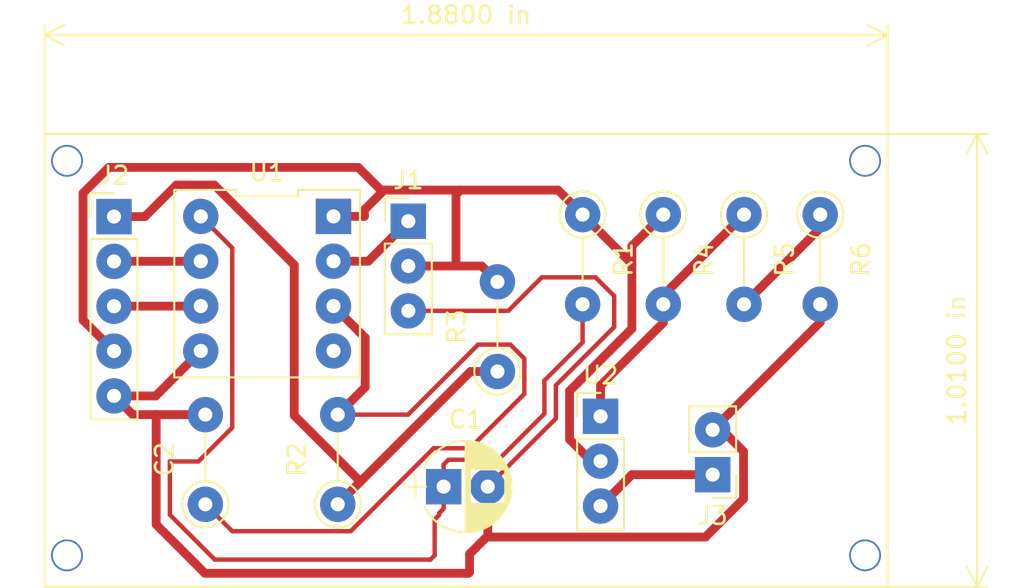
<source format=kicad_pcb>
(kicad_pcb (version 20171130) (host pcbnew "(5.1.5)-3")

  (general
    (thickness 1.6)
    (drawings 6)
    (tracks 128)
    (zones 0)
    (modules 13)
    (nets 13)
  )

  (page A4)
  (layers
    (0 F.Cu signal)
    (31 B.Cu signal)
    (32 B.Adhes user)
    (33 F.Adhes user)
    (34 B.Paste user)
    (35 F.Paste user)
    (36 B.SilkS user)
    (37 F.SilkS user)
    (38 B.Mask user)
    (39 F.Mask user)
    (40 Dwgs.User user)
    (41 Cmts.User user)
    (42 Eco1.User user)
    (43 Eco2.User user)
    (44 Edge.Cuts user)
    (45 Margin user)
    (46 B.CrtYd user)
    (47 F.CrtYd user)
    (48 B.Fab user)
    (49 F.Fab user)
  )

  (setup
    (last_trace_width 0.5)
    (user_trace_width 0.25)
    (user_trace_width 0.5)
    (user_trace_width 1)
    (user_trace_width 1.5)
    (trace_clearance 0.4)
    (zone_clearance 0.508)
    (zone_45_only no)
    (trace_min 0.2)
    (via_size 1.6)
    (via_drill 0.8)
    (via_min_size 0.4)
    (via_min_drill 0.3)
    (user_via 1.6 0.8)
    (user_via 1.8 1.6)
    (user_via 3.1 3)
    (uvia_size 0.3)
    (uvia_drill 0.1)
    (uvias_allowed no)
    (uvia_min_size 0.2)
    (uvia_min_drill 0.1)
    (edge_width 0.05)
    (segment_width 0.2)
    (pcb_text_width 0.3)
    (pcb_text_size 1.5 1.5)
    (mod_edge_width 0.12)
    (mod_text_size 1 1)
    (mod_text_width 0.15)
    (pad_size 1.524 1.524)
    (pad_drill 0.762)
    (pad_to_mask_clearance 0.051)
    (solder_mask_min_width 0.25)
    (aux_axis_origin 0 0)
    (visible_elements 7FFFFFFF)
    (pcbplotparams
      (layerselection 0x010fc_ffffffff)
      (usegerberextensions false)
      (usegerberattributes false)
      (usegerberadvancedattributes false)
      (creategerberjobfile false)
      (excludeedgelayer true)
      (linewidth 0.100000)
      (plotframeref false)
      (viasonmask false)
      (mode 1)
      (useauxorigin false)
      (hpglpennumber 1)
      (hpglpenspeed 20)
      (hpglpendiameter 15.000000)
      (psnegative false)
      (psa4output false)
      (plotreference true)
      (plotvalue true)
      (plotinvisibletext false)
      (padsonsilk false)
      (subtractmaskfromsilk false)
      (outputformat 1)
      (mirror false)
      (drillshape 1)
      (scaleselection 1)
      (outputdirectory ""))
  )

  (net 0 "")
  (net 1 "Net-(C1-Pad1)")
  (net 2 GND)
  (net 3 "Net-(C2-Pad1)")
  (net 4 VCC)
  (net 5 "Net-(J1-Pad2)")
  (net 6 "Net-(J2-Pad1)")
  (net 7 "Net-(J2-Pad2)")
  (net 8 "Net-(J2-Pad3)")
  (net 9 "Net-(U1-Pad5)")
  (net 10 "Net-(J1-Pad1)")
  (net 11 "Net-(R4-Pad2)")
  (net 12 "Net-(R5-Pad2)")

  (net_class Default "Это класс цепей по умолчанию."
    (clearance 0.4)
    (trace_width 0.5)
    (via_dia 1.6)
    (via_drill 0.8)
    (uvia_dia 0.3)
    (uvia_drill 0.1)
    (add_net GND)
    (add_net "Net-(C1-Pad1)")
    (add_net "Net-(C2-Pad1)")
    (add_net "Net-(J1-Pad1)")
    (add_net "Net-(J1-Pad2)")
    (add_net "Net-(J2-Pad1)")
    (add_net "Net-(J2-Pad2)")
    (add_net "Net-(J2-Pad3)")
    (add_net "Net-(R4-Pad2)")
    (add_net "Net-(R5-Pad2)")
    (add_net "Net-(U1-Pad5)")
    (add_net VCC)
  )

  (net_class 10 ""
    (clearance 0.4)
    (trace_width 1)
    (via_dia 1.6)
    (via_drill 0.8)
    (uvia_dia 0.3)
    (uvia_drill 0.1)
  )

  (net_class 15 ""
    (clearance 0.4)
    (trace_width 1.5)
    (via_dia 1.6)
    (via_drill 0.8)
    (uvia_dia 0.3)
    (uvia_drill 0.1)
  )

  (module transmitter:Socket_3_My (layer F.Cu) (tedit 5E1105F6) (tstamp 5E112FC8)
    (at 135.89 80.518)
    (descr "Through hole straight socket strip, 1x03, 2.54mm pitch, single row")
    (tags "Through hole socket strip THT 1x03 2.54mm single row")
    (path /5E117818)
    (fp_text reference U2 (at 0 -2.33) (layer F.SilkS)
      (effects (font (size 1 1) (thickness 0.15)))
    )
    (fp_text value LM317_3PinPackage (at 0 7.41) (layer F.Fab)
      (effects (font (size 1 1) (thickness 0.15)))
    )
    (fp_line (start -1.27 -1.27) (end -1.27 6.35) (layer F.Fab) (width 0.1))
    (fp_line (start -1.27 6.35) (end 1.27 6.35) (layer F.Fab) (width 0.1))
    (fp_line (start 1.27 6.35) (end 1.27 -1.27) (layer F.Fab) (width 0.1))
    (fp_line (start 1.27 -1.27) (end -1.27 -1.27) (layer F.Fab) (width 0.1))
    (fp_line (start -1.33 1.27) (end -1.33 6.41) (layer F.SilkS) (width 0.12))
    (fp_line (start -1.33 6.41) (end 1.33 6.41) (layer F.SilkS) (width 0.12))
    (fp_line (start 1.33 6.41) (end 1.33 1.27) (layer F.SilkS) (width 0.12))
    (fp_line (start 1.33 1.27) (end -1.33 1.27) (layer F.SilkS) (width 0.12))
    (fp_line (start -1.33 0) (end -1.33 -1.33) (layer F.SilkS) (width 0.12))
    (fp_line (start -1.33 -1.33) (end 0 -1.33) (layer F.SilkS) (width 0.12))
    (fp_line (start -1.8 -1.8) (end -1.8 6.85) (layer F.CrtYd) (width 0.05))
    (fp_line (start -1.8 6.85) (end 1.8 6.85) (layer F.CrtYd) (width 0.05))
    (fp_line (start 1.8 6.85) (end 1.8 -1.8) (layer F.CrtYd) (width 0.05))
    (fp_line (start 1.8 -1.8) (end -1.8 -1.8) (layer F.CrtYd) (width 0.05))
    (fp_text user %R (at 0 -2.33) (layer F.Fab)
      (effects (font (size 1 1) (thickness 0.15)))
    )
    (pad 1 thru_hole rect (at 0 0) (size 2 2) (drill 0.8) (layers *.Cu *.Mask)
      (net 11 "Net-(R4-Pad2)"))
    (pad 2 thru_hole circle (at 0 2.54) (size 2 2) (drill 0.8) (layers *.Cu *.Mask)
      (net 5 "Net-(J1-Pad2)"))
    (pad 3 thru_hole circle (at 0 5.08) (size 2 2) (drill 0.8) (layers *.Cu *.Mask)
      (net 4 VCC))
    (model ${KISYS3DMOD}/Socket_Strips.3dshapes/Socket_Strip_Straight_1x03_Pitch2.54mm.wrl
      (offset (xyz 0 -2.539999961853027 0))
      (scale (xyz 1 1 1))
      (rotate (xyz 0 0 270))
    )
  )

  (module transmitter:R_my_5_08 (layer F.Cu) (tedit 5E1102D6) (tstamp 5E112F84)
    (at 148.336 69.088 270)
    (descr "Resistor, Axial_DIN0207 series, Axial, Vertical, pin pitch=5.08mm, 0.25W = 1/4W, length*diameter=6.3*2.5mm^2, http://cdn-reichelt.de/documents/datenblatt/B400/1_4W%23YAG.pdf")
    (tags "Resistor Axial_DIN0207 series Axial Vertical pin pitch 5.08mm 0.25W = 1/4W length 6.3mm diameter 2.5mm")
    (path /5E116ED4)
    (fp_text reference R6 (at 2.54 -2.31 90) (layer F.SilkS)
      (effects (font (size 1 1) (thickness 0.15)))
    )
    (fp_text value 470 (at 2.54 2.31 90) (layer F.Fab)
      (effects (font (size 1 1) (thickness 0.15)))
    )
    (fp_circle (center 0 0) (end 1.25 0) (layer F.Fab) (width 0.1))
    (fp_circle (center 0 0) (end 1.31 0) (layer F.SilkS) (width 0.12))
    (fp_line (start 0 0) (end 5.08 0) (layer F.Fab) (width 0.1))
    (fp_line (start 1.31 0) (end 3.98 0) (layer F.SilkS) (width 0.12))
    (fp_line (start -1.6 -1.6) (end -1.6 1.6) (layer F.CrtYd) (width 0.05))
    (fp_line (start -1.6 1.6) (end 6.2 1.6) (layer F.CrtYd) (width 0.05))
    (fp_line (start 6.2 1.6) (end 6.2 -1.6) (layer F.CrtYd) (width 0.05))
    (fp_line (start 6.2 -1.6) (end -1.6 -1.6) (layer F.CrtYd) (width 0.05))
    (pad 1 thru_hole circle (at 0 0 270) (size 2 2) (drill 0.8) (layers *.Cu *.Mask)
      (net 12 "Net-(R5-Pad2)"))
    (pad 2 thru_hole circle (at 5.08 0 270) (size 2 2) (drill 0.8) (layers *.Cu *.Mask)
      (net 2 GND))
    (model ${KISYS3DMOD}/Resistors_THT.3dshapes/R_Axial_DIN0207_L6.3mm_D2.5mm_P5.08mm_Vertical.wrl
      (at (xyz 0 0 0))
      (scale (xyz 0.393701 0.393701 0.393701))
      (rotate (xyz 0 0 0))
    )
  )

  (module transmitter:R_my_5_08 (layer F.Cu) (tedit 5E1102D6) (tstamp 5E112F76)
    (at 144.018 69.088 270)
    (descr "Resistor, Axial_DIN0207 series, Axial, Vertical, pin pitch=5.08mm, 0.25W = 1/4W, length*diameter=6.3*2.5mm^2, http://cdn-reichelt.de/documents/datenblatt/B400/1_4W%23YAG.pdf")
    (tags "Resistor Axial_DIN0207 series Axial Vertical pin pitch 5.08mm 0.25W = 1/4W length 6.3mm diameter 2.5mm")
    (path /5E1168B1)
    (fp_text reference R5 (at 2.54 -2.31 90) (layer F.SilkS)
      (effects (font (size 1 1) (thickness 0.15)))
    )
    (fp_text value 2.2K (at 2.54 2.31 90) (layer F.Fab)
      (effects (font (size 1 1) (thickness 0.15)))
    )
    (fp_circle (center 0 0) (end 1.25 0) (layer F.Fab) (width 0.1))
    (fp_circle (center 0 0) (end 1.31 0) (layer F.SilkS) (width 0.12))
    (fp_line (start 0 0) (end 5.08 0) (layer F.Fab) (width 0.1))
    (fp_line (start 1.31 0) (end 3.98 0) (layer F.SilkS) (width 0.12))
    (fp_line (start -1.6 -1.6) (end -1.6 1.6) (layer F.CrtYd) (width 0.05))
    (fp_line (start -1.6 1.6) (end 6.2 1.6) (layer F.CrtYd) (width 0.05))
    (fp_line (start 6.2 1.6) (end 6.2 -1.6) (layer F.CrtYd) (width 0.05))
    (fp_line (start 6.2 -1.6) (end -1.6 -1.6) (layer F.CrtYd) (width 0.05))
    (pad 1 thru_hole circle (at 0 0 270) (size 2 2) (drill 0.8) (layers *.Cu *.Mask)
      (net 11 "Net-(R4-Pad2)"))
    (pad 2 thru_hole circle (at 5.08 0 270) (size 2 2) (drill 0.8) (layers *.Cu *.Mask)
      (net 12 "Net-(R5-Pad2)"))
    (model ${KISYS3DMOD}/Resistors_THT.3dshapes/R_Axial_DIN0207_L6.3mm_D2.5mm_P5.08mm_Vertical.wrl
      (at (xyz 0 0 0))
      (scale (xyz 0.393701 0.393701 0.393701))
      (rotate (xyz 0 0 0))
    )
  )

  (module transmitter:R_my_5_08 (layer F.Cu) (tedit 5E1102D6) (tstamp 5E112F68)
    (at 139.446 69.088 270)
    (descr "Resistor, Axial_DIN0207 series, Axial, Vertical, pin pitch=5.08mm, 0.25W = 1/4W, length*diameter=6.3*2.5mm^2, http://cdn-reichelt.de/documents/datenblatt/B400/1_4W%23YAG.pdf")
    (tags "Resistor Axial_DIN0207 series Axial Vertical pin pitch 5.08mm 0.25W = 1/4W length 6.3mm diameter 2.5mm")
    (path /5E1162C5)
    (fp_text reference R4 (at 2.54 -2.31 90) (layer F.SilkS)
      (effects (font (size 1 1) (thickness 0.15)))
    )
    (fp_text value 1K (at 2.54 2.31 90) (layer F.Fab)
      (effects (font (size 1 1) (thickness 0.15)))
    )
    (fp_circle (center 0 0) (end 1.25 0) (layer F.Fab) (width 0.1))
    (fp_circle (center 0 0) (end 1.31 0) (layer F.SilkS) (width 0.12))
    (fp_line (start 0 0) (end 5.08 0) (layer F.Fab) (width 0.1))
    (fp_line (start 1.31 0) (end 3.98 0) (layer F.SilkS) (width 0.12))
    (fp_line (start -1.6 -1.6) (end -1.6 1.6) (layer F.CrtYd) (width 0.05))
    (fp_line (start -1.6 1.6) (end 6.2 1.6) (layer F.CrtYd) (width 0.05))
    (fp_line (start 6.2 1.6) (end 6.2 -1.6) (layer F.CrtYd) (width 0.05))
    (fp_line (start 6.2 -1.6) (end -1.6 -1.6) (layer F.CrtYd) (width 0.05))
    (pad 1 thru_hole circle (at 0 0 270) (size 2 2) (drill 0.8) (layers *.Cu *.Mask)
      (net 5 "Net-(J1-Pad2)"))
    (pad 2 thru_hole circle (at 5.08 0 270) (size 2 2) (drill 0.8) (layers *.Cu *.Mask)
      (net 11 "Net-(R4-Pad2)"))
    (model ${KISYS3DMOD}/Resistors_THT.3dshapes/R_Axial_DIN0207_L6.3mm_D2.5mm_P5.08mm_Vertical.wrl
      (at (xyz 0 0 0))
      (scale (xyz 0.393701 0.393701 0.393701))
      (rotate (xyz 0 0 0))
    )
  )

  (module transmitter:DIP-8_296 (layer F.Cu) (tedit 5E1103BC) (tstamp 5E110A6C)
    (at 117 73 270)
    (path /5E10FBA6)
    (fp_text reference U1 (at -6.31 0) (layer F.SilkS)
      (effects (font (size 1 1) (thickness 0.15)))
    )
    (fp_text value ATtiny13A-PU (at 0 0 90) (layer F.Fab)
      (effects (font (size 1 1) (thickness 0.15)))
    )
    (fp_line (start -5.06 5.01) (end -5.06 -5.01) (layer F.CrtYd) (width 0.05))
    (fp_line (start 5.06 5.01) (end -5.06 5.01) (layer F.CrtYd) (width 0.05))
    (fp_line (start 5.06 -5.01) (end 5.06 5.01) (layer F.CrtYd) (width 0.05))
    (fp_line (start -5.06 -5.01) (end 5.06 -5.01) (layer F.CrtYd) (width 0.05))
    (fp_line (start -5.31 1.753333) (end -5.31 5.26) (layer F.SilkS) (width 0.12))
    (fp_line (start -4.95 1.753333) (end -5.31 1.753333) (layer F.SilkS) (width 0.12))
    (fp_line (start -4.95 -1.753333) (end -4.95 1.753333) (layer F.SilkS) (width 0.12))
    (fp_line (start -5.31 -1.753333) (end -4.95 -1.753333) (layer F.SilkS) (width 0.12))
    (fp_line (start -5.31 -5.26) (end -5.31 -1.753333) (layer F.SilkS) (width 0.12))
    (fp_line (start 5.31 -5.26) (end -5.31 -5.26) (layer F.SilkS) (width 0.12))
    (fp_line (start 5.31 5.26) (end 5.31 -5.26) (layer F.SilkS) (width 0.12))
    (fp_line (start -5.31 5.26) (end 5.31 5.26) (layer F.SilkS) (width 0.12))
    (pad 4 thru_hole circle (at 3.81 3.76 270) (size 2 2) (drill 0.8) (layers *.Cu *.Mask)
      (net 2 GND))
    (pad 5 thru_hole circle (at 3.81 -3.76 270) (size 2 2) (drill 0.8) (layers *.Cu *.Mask)
      (net 9 "Net-(U1-Pad5)"))
    (pad 3 thru_hole circle (at 1.27 3.76 270) (size 2 2) (drill 0.8) (layers *.Cu *.Mask)
      (net 8 "Net-(J2-Pad3)"))
    (pad 6 thru_hole circle (at 1.27 -3.76 270) (size 2 2) (drill 0.8) (layers *.Cu *.Mask)
      (net 3 "Net-(C2-Pad1)"))
    (pad 2 thru_hole circle (at -1.27 3.76 270) (size 2 2) (drill 0.8) (layers *.Cu *.Mask)
      (net 7 "Net-(J2-Pad2)"))
    (pad 7 thru_hole circle (at -1.27 -3.76 270) (size 2 2) (drill 0.8) (layers *.Cu *.Mask)
      (net 10 "Net-(J1-Pad1)"))
    (pad 1 thru_hole circle (at -3.81 3.76 270) (size 2 2) (drill 0.8) (layers *.Cu *.Mask)
      (net 1 "Net-(C1-Pad1)"))
    (pad 8 thru_hole rect (at -3.81 -3.76 270) (size 2 2) (drill 0.8) (layers *.Cu *.Mask)
      (net 5 "Net-(J1-Pad2)"))
  )

  (module transmitter:R_my_5_08 (layer F.Cu) (tedit 5E1102D6) (tstamp 5E110A54)
    (at 130.048 77.978 90)
    (descr "Resistor, Axial_DIN0207 series, Axial, Vertical, pin pitch=5.08mm, 0.25W = 1/4W, length*diameter=6.3*2.5mm^2, http://cdn-reichelt.de/documents/datenblatt/B400/1_4W%23YAG.pdf")
    (tags "Resistor Axial_DIN0207 series Axial Vertical pin pitch 5.08mm 0.25W = 1/4W length 6.3mm diameter 2.5mm")
    (path /5E112ABA)
    (fp_text reference R3 (at 2.54 -2.31 90) (layer F.SilkS)
      (effects (font (size 1 1) (thickness 0.15)))
    )
    (fp_text value 100K (at 2.54 2.31 90) (layer F.Fab)
      (effects (font (size 1 1) (thickness 0.15)))
    )
    (fp_circle (center 0 0) (end 1.25 0) (layer F.Fab) (width 0.1))
    (fp_circle (center 0 0) (end 1.31 0) (layer F.SilkS) (width 0.12))
    (fp_line (start 0 0) (end 5.08 0) (layer F.Fab) (width 0.1))
    (fp_line (start 1.31 0) (end 3.98 0) (layer F.SilkS) (width 0.12))
    (fp_line (start -1.6 -1.6) (end -1.6 1.6) (layer F.CrtYd) (width 0.05))
    (fp_line (start -1.6 1.6) (end 6.2 1.6) (layer F.CrtYd) (width 0.05))
    (fp_line (start 6.2 1.6) (end 6.2 -1.6) (layer F.CrtYd) (width 0.05))
    (fp_line (start 6.2 -1.6) (end -1.6 -1.6) (layer F.CrtYd) (width 0.05))
    (pad 1 thru_hole circle (at 0 0 90) (size 2 2) (drill 0.8) (layers *.Cu *.Mask)
      (net 6 "Net-(J2-Pad1)"))
    (pad 2 thru_hole circle (at 5.08 0 90) (size 2 2) (drill 0.8) (layers *.Cu *.Mask)
      (net 5 "Net-(J1-Pad2)"))
    (model ${KISYS3DMOD}/Resistors_THT.3dshapes/R_Axial_DIN0207_L6.3mm_D2.5mm_P5.08mm_Vertical.wrl
      (at (xyz 0 0 0))
      (scale (xyz 0.393701 0.393701 0.393701))
      (rotate (xyz 0 0 0))
    )
  )

  (module transmitter:R_my_5_08 (layer F.Cu) (tedit 5E1102D6) (tstamp 5E110A46)
    (at 121 85.5 90)
    (descr "Resistor, Axial_DIN0207 series, Axial, Vertical, pin pitch=5.08mm, 0.25W = 1/4W, length*diameter=6.3*2.5mm^2, http://cdn-reichelt.de/documents/datenblatt/B400/1_4W%23YAG.pdf")
    (tags "Resistor Axial_DIN0207 series Axial Vertical pin pitch 5.08mm 0.25W = 1/4W length 6.3mm diameter 2.5mm")
    (path /5E112685)
    (fp_text reference R2 (at 2.54 -2.31 90) (layer F.SilkS)
      (effects (font (size 1 1) (thickness 0.15)))
    )
    (fp_text value 10K (at 2.54 2.31 90) (layer F.Fab)
      (effects (font (size 1 1) (thickness 0.15)))
    )
    (fp_circle (center 0 0) (end 1.25 0) (layer F.Fab) (width 0.1))
    (fp_circle (center 0 0) (end 1.31 0) (layer F.SilkS) (width 0.12))
    (fp_line (start 0 0) (end 5.08 0) (layer F.Fab) (width 0.1))
    (fp_line (start 1.31 0) (end 3.98 0) (layer F.SilkS) (width 0.12))
    (fp_line (start -1.6 -1.6) (end -1.6 1.6) (layer F.CrtYd) (width 0.05))
    (fp_line (start -1.6 1.6) (end 6.2 1.6) (layer F.CrtYd) (width 0.05))
    (fp_line (start 6.2 1.6) (end 6.2 -1.6) (layer F.CrtYd) (width 0.05))
    (fp_line (start 6.2 -1.6) (end -1.6 -1.6) (layer F.CrtYd) (width 0.05))
    (pad 1 thru_hole circle (at 0 0 90) (size 2 2) (drill 0.8) (layers *.Cu *.Mask)
      (net 6 "Net-(J2-Pad1)"))
    (pad 2 thru_hole circle (at 5.08 0 90) (size 2 2) (drill 0.8) (layers *.Cu *.Mask)
      (net 3 "Net-(C2-Pad1)"))
    (model ${KISYS3DMOD}/Resistors_THT.3dshapes/R_Axial_DIN0207_L6.3mm_D2.5mm_P5.08mm_Vertical.wrl
      (at (xyz 0 0 0))
      (scale (xyz 0.393701 0.393701 0.393701))
      (rotate (xyz 0 0 0))
    )
  )

  (module transmitter:R_my_5_08 (layer F.Cu) (tedit 5E1102D6) (tstamp 5E110A38)
    (at 134.874 69.088 270)
    (descr "Resistor, Axial_DIN0207 series, Axial, Vertical, pin pitch=5.08mm, 0.25W = 1/4W, length*diameter=6.3*2.5mm^2, http://cdn-reichelt.de/documents/datenblatt/B400/1_4W%23YAG.pdf")
    (tags "Resistor Axial_DIN0207 series Axial Vertical pin pitch 5.08mm 0.25W = 1/4W length 6.3mm diameter 2.5mm")
    (path /5E111A9E)
    (fp_text reference R1 (at 2.54 -2.31 90) (layer F.SilkS)
      (effects (font (size 1 1) (thickness 0.15)))
    )
    (fp_text value 10K (at 2.54 2.31 90) (layer F.Fab)
      (effects (font (size 1 1) (thickness 0.15)))
    )
    (fp_circle (center 0 0) (end 1.25 0) (layer F.Fab) (width 0.1))
    (fp_circle (center 0 0) (end 1.31 0) (layer F.SilkS) (width 0.12))
    (fp_line (start 0 0) (end 5.08 0) (layer F.Fab) (width 0.1))
    (fp_line (start 1.31 0) (end 3.98 0) (layer F.SilkS) (width 0.12))
    (fp_line (start -1.6 -1.6) (end -1.6 1.6) (layer F.CrtYd) (width 0.05))
    (fp_line (start -1.6 1.6) (end 6.2 1.6) (layer F.CrtYd) (width 0.05))
    (fp_line (start 6.2 1.6) (end 6.2 -1.6) (layer F.CrtYd) (width 0.05))
    (fp_line (start 6.2 -1.6) (end -1.6 -1.6) (layer F.CrtYd) (width 0.05))
    (pad 1 thru_hole circle (at 0 0 270) (size 2 2) (drill 0.8) (layers *.Cu *.Mask)
      (net 5 "Net-(J1-Pad2)"))
    (pad 2 thru_hole circle (at 5.08 0 270) (size 2 2) (drill 0.8) (layers *.Cu *.Mask)
      (net 1 "Net-(C1-Pad1)"))
    (model ${KISYS3DMOD}/Resistors_THT.3dshapes/R_Axial_DIN0207_L6.3mm_D2.5mm_P5.08mm_Vertical.wrl
      (at (xyz 0 0 0))
      (scale (xyz 0.393701 0.393701 0.393701))
      (rotate (xyz 0 0 0))
    )
  )

  (module transmitter:Socket_2_My (layer F.Cu) (tedit 5E1107C1) (tstamp 5E110A2A)
    (at 142.24 83.82 180)
    (descr "Through hole straight socket strip, 1x02, 2.54mm pitch, single row")
    (tags "Through hole socket strip THT 1x02 2.54mm single row")
    (path /5E120CD2)
    (fp_text reference J3 (at 0 -2.33) (layer F.SilkS)
      (effects (font (size 1 1) (thickness 0.15)))
    )
    (fp_text value Conn_01x02_Male (at 0 4.87) (layer F.Fab)
      (effects (font (size 1 1) (thickness 0.15)))
    )
    (fp_line (start -1.27 -1.27) (end -1.27 3.81) (layer F.Fab) (width 0.1))
    (fp_line (start -1.27 3.81) (end 1.27 3.81) (layer F.Fab) (width 0.1))
    (fp_line (start 1.27 3.81) (end 1.27 -1.27) (layer F.Fab) (width 0.1))
    (fp_line (start 1.27 -1.27) (end -1.27 -1.27) (layer F.Fab) (width 0.1))
    (fp_line (start -1.33 1.27) (end -1.33 3.87) (layer F.SilkS) (width 0.12))
    (fp_line (start -1.33 3.87) (end 1.33 3.87) (layer F.SilkS) (width 0.12))
    (fp_line (start 1.33 3.87) (end 1.33 1.27) (layer F.SilkS) (width 0.12))
    (fp_line (start 1.33 1.27) (end -1.33 1.27) (layer F.SilkS) (width 0.12))
    (fp_line (start -1.33 0) (end -1.33 -1.33) (layer F.SilkS) (width 0.12))
    (fp_line (start -1.33 -1.33) (end 0 -1.33) (layer F.SilkS) (width 0.12))
    (fp_line (start -1.8 -1.8) (end -1.8 4.35) (layer F.CrtYd) (width 0.05))
    (fp_line (start -1.8 4.35) (end 1.8 4.35) (layer F.CrtYd) (width 0.05))
    (fp_line (start 1.8 4.35) (end 1.8 -1.8) (layer F.CrtYd) (width 0.05))
    (fp_line (start 1.8 -1.8) (end -1.8 -1.8) (layer F.CrtYd) (width 0.05))
    (fp_text user %R (at 0 -2.33) (layer F.Fab)
      (effects (font (size 1 1) (thickness 0.15)))
    )
    (pad 1 thru_hole rect (at 0 0 180) (size 2 2) (drill 0.8) (layers *.Cu *.Mask)
      (net 4 VCC))
    (pad 2 thru_hole circle (at 0 2.54 180) (size 2 2) (drill 0.8) (layers *.Cu *.Mask)
      (net 2 GND))
    (model ${KISYS3DMOD}/Socket_Strips.3dshapes/Socket_Strip_Straight_1x02_Pitch2.54mm.wrl
      (offset (xyz 0 -1.269999980926514 0))
      (scale (xyz 1 1 1))
      (rotate (xyz 0 0 270))
    )
  )

  (module transmitter:Socket_5_My (layer F.Cu) (tedit 5E110686) (tstamp 5E110A15)
    (at 108.325 69.2)
    (descr "Through hole straight socket strip, 1x05, 2.54mm pitch, single row")
    (tags "Through hole socket strip THT 1x05 2.54mm single row")
    (path /5E110C1E)
    (fp_text reference J2 (at 0 -2.33) (layer F.SilkS)
      (effects (font (size 1 1) (thickness 0.15)))
    )
    (fp_text value "KY-023 Joystick" (at 0 12.49) (layer F.Fab)
      (effects (font (size 1 1) (thickness 0.15)))
    )
    (fp_line (start -1.27 -1.27) (end -1.27 11.43) (layer F.Fab) (width 0.1))
    (fp_line (start -1.27 11.43) (end 1.27 11.43) (layer F.Fab) (width 0.1))
    (fp_line (start 1.27 11.43) (end 1.27 -1.27) (layer F.Fab) (width 0.1))
    (fp_line (start 1.27 -1.27) (end -1.27 -1.27) (layer F.Fab) (width 0.1))
    (fp_line (start -1.33 1.27) (end -1.33 11.49) (layer F.SilkS) (width 0.12))
    (fp_line (start -1.33 11.49) (end 1.33 11.49) (layer F.SilkS) (width 0.12))
    (fp_line (start 1.33 11.49) (end 1.33 1.27) (layer F.SilkS) (width 0.12))
    (fp_line (start 1.33 1.27) (end -1.33 1.27) (layer F.SilkS) (width 0.12))
    (fp_line (start -1.33 0) (end -1.33 -1.33) (layer F.SilkS) (width 0.12))
    (fp_line (start -1.33 -1.33) (end 0 -1.33) (layer F.SilkS) (width 0.12))
    (fp_line (start -1.8 -1.8) (end -1.8 11.95) (layer F.CrtYd) (width 0.05))
    (fp_line (start -1.8 11.95) (end 1.8 11.95) (layer F.CrtYd) (width 0.05))
    (fp_line (start 1.8 11.95) (end 1.8 -1.8) (layer F.CrtYd) (width 0.05))
    (fp_line (start 1.8 -1.8) (end -1.8 -1.8) (layer F.CrtYd) (width 0.05))
    (fp_text user %R (at 0 -2.33) (layer F.Fab)
      (effects (font (size 1 1) (thickness 0.15)))
    )
    (pad 1 thru_hole rect (at 0 0) (size 2 2) (drill 0.8) (layers *.Cu *.Mask)
      (net 6 "Net-(J2-Pad1)"))
    (pad 2 thru_hole circle (at 0 2.54) (size 2 2) (drill 0.8) (layers *.Cu *.Mask)
      (net 7 "Net-(J2-Pad2)"))
    (pad 3 thru_hole circle (at 0 5.08) (size 2 2) (drill 0.8) (layers *.Cu *.Mask)
      (net 8 "Net-(J2-Pad3)"))
    (pad 4 thru_hole circle (at 0 7.62) (size 2 2) (drill 0.8) (layers *.Cu *.Mask)
      (net 5 "Net-(J1-Pad2)"))
    (pad 5 thru_hole circle (at 0 10.16) (size 2 2) (drill 0.8) (layers *.Cu *.Mask)
      (net 2 GND))
    (model ${KISYS3DMOD}/Socket_Strips.3dshapes/Socket_Strip_Straight_1x05_Pitch2.54mm.wrl
      (offset (xyz 0 -5.079999923706055 0))
      (scale (xyz 1 1 1))
      (rotate (xyz 0 0 270))
    )
  )

  (module transmitter:Socket_3_My (layer F.Cu) (tedit 5E1105F6) (tstamp 5E1109FD)
    (at 125 69.46)
    (descr "Through hole straight socket strip, 1x03, 2.54mm pitch, single row")
    (tags "Through hole socket strip THT 1x03 2.54mm single row")
    (path /5E11053C)
    (fp_text reference J1 (at 0 -2.33) (layer F.SilkS)
      (effects (font (size 1 1) (thickness 0.15)))
    )
    (fp_text value FS1000A (at 0 7.41) (layer F.Fab)
      (effects (font (size 1 1) (thickness 0.15)))
    )
    (fp_line (start -1.27 -1.27) (end -1.27 6.35) (layer F.Fab) (width 0.1))
    (fp_line (start -1.27 6.35) (end 1.27 6.35) (layer F.Fab) (width 0.1))
    (fp_line (start 1.27 6.35) (end 1.27 -1.27) (layer F.Fab) (width 0.1))
    (fp_line (start 1.27 -1.27) (end -1.27 -1.27) (layer F.Fab) (width 0.1))
    (fp_line (start -1.33 1.27) (end -1.33 6.41) (layer F.SilkS) (width 0.12))
    (fp_line (start -1.33 6.41) (end 1.33 6.41) (layer F.SilkS) (width 0.12))
    (fp_line (start 1.33 6.41) (end 1.33 1.27) (layer F.SilkS) (width 0.12))
    (fp_line (start 1.33 1.27) (end -1.33 1.27) (layer F.SilkS) (width 0.12))
    (fp_line (start -1.33 0) (end -1.33 -1.33) (layer F.SilkS) (width 0.12))
    (fp_line (start -1.33 -1.33) (end 0 -1.33) (layer F.SilkS) (width 0.12))
    (fp_line (start -1.8 -1.8) (end -1.8 6.85) (layer F.CrtYd) (width 0.05))
    (fp_line (start -1.8 6.85) (end 1.8 6.85) (layer F.CrtYd) (width 0.05))
    (fp_line (start 1.8 6.85) (end 1.8 -1.8) (layer F.CrtYd) (width 0.05))
    (fp_line (start 1.8 -1.8) (end -1.8 -1.8) (layer F.CrtYd) (width 0.05))
    (fp_text user %R (at 0 -2.33) (layer F.Fab)
      (effects (font (size 1 1) (thickness 0.15)))
    )
    (pad 1 thru_hole rect (at 0 0) (size 2 2) (drill 0.8) (layers *.Cu *.Mask)
      (net 10 "Net-(J1-Pad1)"))
    (pad 2 thru_hole circle (at 0 2.54) (size 2 2) (drill 0.8) (layers *.Cu *.Mask)
      (net 5 "Net-(J1-Pad2)"))
    (pad 3 thru_hole circle (at 0 5.08) (size 2 2) (drill 0.8) (layers *.Cu *.Mask)
      (net 2 GND))
    (model ${KISYS3DMOD}/Socket_Strips.3dshapes/Socket_Strip_Straight_1x03_Pitch2.54mm.wrl
      (offset (xyz 0 -2.539999961853027 0))
      (scale (xyz 1 1 1))
      (rotate (xyz 0 0 270))
    )
  )

  (module transmitter:R_my_5_08 (layer F.Cu) (tedit 5E1102D6) (tstamp 5E1109E7)
    (at 113.5 85.5 90)
    (descr "Resistor, Axial_DIN0207 series, Axial, Vertical, pin pitch=5.08mm, 0.25W = 1/4W, length*diameter=6.3*2.5mm^2, http://cdn-reichelt.de/documents/datenblatt/B400/1_4W%23YAG.pdf")
    (tags "Resistor Axial_DIN0207 series Axial Vertical pin pitch 5.08mm 0.25W = 1/4W length 6.3mm diameter 2.5mm")
    (path /5E113184)
    (fp_text reference C2 (at 2.54 -2.31 90) (layer F.SilkS)
      (effects (font (size 1 1) (thickness 0.15)))
    )
    (fp_text value 100nF (at 2.54 2.31 90) (layer F.Fab)
      (effects (font (size 1 1) (thickness 0.15)))
    )
    (fp_circle (center 0 0) (end 1.25 0) (layer F.Fab) (width 0.1))
    (fp_circle (center 0 0) (end 1.31 0) (layer F.SilkS) (width 0.12))
    (fp_line (start 0 0) (end 5.08 0) (layer F.Fab) (width 0.1))
    (fp_line (start 1.31 0) (end 3.98 0) (layer F.SilkS) (width 0.12))
    (fp_line (start -1.6 -1.6) (end -1.6 1.6) (layer F.CrtYd) (width 0.05))
    (fp_line (start -1.6 1.6) (end 6.2 1.6) (layer F.CrtYd) (width 0.05))
    (fp_line (start 6.2 1.6) (end 6.2 -1.6) (layer F.CrtYd) (width 0.05))
    (fp_line (start 6.2 -1.6) (end -1.6 -1.6) (layer F.CrtYd) (width 0.05))
    (pad 1 thru_hole circle (at 0 0 90) (size 2 2) (drill 0.8) (layers *.Cu *.Mask)
      (net 3 "Net-(C2-Pad1)"))
    (pad 2 thru_hole circle (at 5.08 0 90) (size 2 2) (drill 0.8) (layers *.Cu *.Mask)
      (net 2 GND))
    (model ${KISYS3DMOD}/Resistors_THT.3dshapes/R_Axial_DIN0207_L6.3mm_D2.5mm_P5.08mm_Vertical.wrl
      (at (xyz 0 0 0))
      (scale (xyz 0.393701 0.393701 0.393701))
      (rotate (xyz 0 0 0))
    )
  )

  (module transmitter:CP_My (layer F.Cu) (tedit 5E110450) (tstamp 5E1109D9)
    (at 127 84.5)
    (descr "CP, Radial series, Radial, pin pitch=2.50mm, , diameter=5mm, Electrolytic Capacitor")
    (tags "CP Radial series Radial pin pitch 2.50mm  diameter 5mm Electrolytic Capacitor")
    (path /5E111CF3)
    (fp_text reference C1 (at 1.25 -3.81) (layer F.SilkS)
      (effects (font (size 1 1) (thickness 0.15)))
    )
    (fp_text value 100uF (at 1.25 3.81) (layer F.Fab)
      (effects (font (size 1 1) (thickness 0.15)))
    )
    (fp_arc (start 1.25 0) (end -1.05558 -1.18) (angle 125.8) (layer F.SilkS) (width 0.12))
    (fp_arc (start 1.25 0) (end -1.05558 1.18) (angle -125.8) (layer F.SilkS) (width 0.12))
    (fp_arc (start 1.25 0) (end 3.55558 -1.18) (angle 54.2) (layer F.SilkS) (width 0.12))
    (fp_circle (center 1.25 0) (end 3.75 0) (layer F.Fab) (width 0.1))
    (fp_line (start -2.2 0) (end -1 0) (layer F.Fab) (width 0.1))
    (fp_line (start -1.6 -0.65) (end -1.6 0.65) (layer F.Fab) (width 0.1))
    (fp_line (start 1.25 -2.55) (end 1.25 2.55) (layer F.SilkS) (width 0.12))
    (fp_line (start 1.29 -2.55) (end 1.29 2.55) (layer F.SilkS) (width 0.12))
    (fp_line (start 1.33 -2.549) (end 1.33 2.549) (layer F.SilkS) (width 0.12))
    (fp_line (start 1.37 -2.548) (end 1.37 2.548) (layer F.SilkS) (width 0.12))
    (fp_line (start 1.41 -2.546) (end 1.41 2.546) (layer F.SilkS) (width 0.12))
    (fp_line (start 1.45 -2.543) (end 1.45 2.543) (layer F.SilkS) (width 0.12))
    (fp_line (start 1.49 -2.539) (end 1.49 2.539) (layer F.SilkS) (width 0.12))
    (fp_line (start 1.53 -2.535) (end 1.53 -0.98) (layer F.SilkS) (width 0.12))
    (fp_line (start 1.53 0.98) (end 1.53 2.535) (layer F.SilkS) (width 0.12))
    (fp_line (start 1.57 -2.531) (end 1.57 -0.98) (layer F.SilkS) (width 0.12))
    (fp_line (start 1.57 0.98) (end 1.57 2.531) (layer F.SilkS) (width 0.12))
    (fp_line (start 1.61 -2.525) (end 1.61 -0.98) (layer F.SilkS) (width 0.12))
    (fp_line (start 1.61 0.98) (end 1.61 2.525) (layer F.SilkS) (width 0.12))
    (fp_line (start 1.65 -2.519) (end 1.65 -0.98) (layer F.SilkS) (width 0.12))
    (fp_line (start 1.65 0.98) (end 1.65 2.519) (layer F.SilkS) (width 0.12))
    (fp_line (start 1.69 -2.513) (end 1.69 -0.98) (layer F.SilkS) (width 0.12))
    (fp_line (start 1.69 0.98) (end 1.69 2.513) (layer F.SilkS) (width 0.12))
    (fp_line (start 1.73 -2.506) (end 1.73 -0.98) (layer F.SilkS) (width 0.12))
    (fp_line (start 1.73 0.98) (end 1.73 2.506) (layer F.SilkS) (width 0.12))
    (fp_line (start 1.77 -2.498) (end 1.77 -0.98) (layer F.SilkS) (width 0.12))
    (fp_line (start 1.77 0.98) (end 1.77 2.498) (layer F.SilkS) (width 0.12))
    (fp_line (start 1.81 -2.489) (end 1.81 -0.98) (layer F.SilkS) (width 0.12))
    (fp_line (start 1.81 0.98) (end 1.81 2.489) (layer F.SilkS) (width 0.12))
    (fp_line (start 1.85 -2.48) (end 1.85 -0.98) (layer F.SilkS) (width 0.12))
    (fp_line (start 1.85 0.98) (end 1.85 2.48) (layer F.SilkS) (width 0.12))
    (fp_line (start 1.89 -2.47) (end 1.89 -0.98) (layer F.SilkS) (width 0.12))
    (fp_line (start 1.89 0.98) (end 1.89 2.47) (layer F.SilkS) (width 0.12))
    (fp_line (start 1.93 -2.46) (end 1.93 -0.98) (layer F.SilkS) (width 0.12))
    (fp_line (start 1.93 0.98) (end 1.93 2.46) (layer F.SilkS) (width 0.12))
    (fp_line (start 1.971 -2.448) (end 1.971 -0.98) (layer F.SilkS) (width 0.12))
    (fp_line (start 1.971 0.98) (end 1.971 2.448) (layer F.SilkS) (width 0.12))
    (fp_line (start 2.011 -2.436) (end 2.011 -0.98) (layer F.SilkS) (width 0.12))
    (fp_line (start 2.011 0.98) (end 2.011 2.436) (layer F.SilkS) (width 0.12))
    (fp_line (start 2.051 -2.424) (end 2.051 -0.98) (layer F.SilkS) (width 0.12))
    (fp_line (start 2.051 0.98) (end 2.051 2.424) (layer F.SilkS) (width 0.12))
    (fp_line (start 2.091 -2.41) (end 2.091 -0.98) (layer F.SilkS) (width 0.12))
    (fp_line (start 2.091 0.98) (end 2.091 2.41) (layer F.SilkS) (width 0.12))
    (fp_line (start 2.131 -2.396) (end 2.131 -0.98) (layer F.SilkS) (width 0.12))
    (fp_line (start 2.131 0.98) (end 2.131 2.396) (layer F.SilkS) (width 0.12))
    (fp_line (start 2.171 -2.382) (end 2.171 -0.98) (layer F.SilkS) (width 0.12))
    (fp_line (start 2.171 0.98) (end 2.171 2.382) (layer F.SilkS) (width 0.12))
    (fp_line (start 2.211 -2.366) (end 2.211 -0.98) (layer F.SilkS) (width 0.12))
    (fp_line (start 2.211 0.98) (end 2.211 2.366) (layer F.SilkS) (width 0.12))
    (fp_line (start 2.251 -2.35) (end 2.251 -0.98) (layer F.SilkS) (width 0.12))
    (fp_line (start 2.251 0.98) (end 2.251 2.35) (layer F.SilkS) (width 0.12))
    (fp_line (start 2.291 -2.333) (end 2.291 -0.98) (layer F.SilkS) (width 0.12))
    (fp_line (start 2.291 0.98) (end 2.291 2.333) (layer F.SilkS) (width 0.12))
    (fp_line (start 2.331 -2.315) (end 2.331 -0.98) (layer F.SilkS) (width 0.12))
    (fp_line (start 2.331 0.98) (end 2.331 2.315) (layer F.SilkS) (width 0.12))
    (fp_line (start 2.371 -2.296) (end 2.371 -0.98) (layer F.SilkS) (width 0.12))
    (fp_line (start 2.371 0.98) (end 2.371 2.296) (layer F.SilkS) (width 0.12))
    (fp_line (start 2.411 -2.276) (end 2.411 -0.98) (layer F.SilkS) (width 0.12))
    (fp_line (start 2.411 0.98) (end 2.411 2.276) (layer F.SilkS) (width 0.12))
    (fp_line (start 2.451 -2.256) (end 2.451 -0.98) (layer F.SilkS) (width 0.12))
    (fp_line (start 2.451 0.98) (end 2.451 2.256) (layer F.SilkS) (width 0.12))
    (fp_line (start 2.491 -2.234) (end 2.491 -0.98) (layer F.SilkS) (width 0.12))
    (fp_line (start 2.491 0.98) (end 2.491 2.234) (layer F.SilkS) (width 0.12))
    (fp_line (start 2.531 -2.212) (end 2.531 -0.98) (layer F.SilkS) (width 0.12))
    (fp_line (start 2.531 0.98) (end 2.531 2.212) (layer F.SilkS) (width 0.12))
    (fp_line (start 2.571 -2.189) (end 2.571 -0.98) (layer F.SilkS) (width 0.12))
    (fp_line (start 2.571 0.98) (end 2.571 2.189) (layer F.SilkS) (width 0.12))
    (fp_line (start 2.611 -2.165) (end 2.611 -0.98) (layer F.SilkS) (width 0.12))
    (fp_line (start 2.611 0.98) (end 2.611 2.165) (layer F.SilkS) (width 0.12))
    (fp_line (start 2.651 -2.14) (end 2.651 -0.98) (layer F.SilkS) (width 0.12))
    (fp_line (start 2.651 0.98) (end 2.651 2.14) (layer F.SilkS) (width 0.12))
    (fp_line (start 2.691 -2.113) (end 2.691 -0.98) (layer F.SilkS) (width 0.12))
    (fp_line (start 2.691 0.98) (end 2.691 2.113) (layer F.SilkS) (width 0.12))
    (fp_line (start 2.731 -2.086) (end 2.731 -0.98) (layer F.SilkS) (width 0.12))
    (fp_line (start 2.731 0.98) (end 2.731 2.086) (layer F.SilkS) (width 0.12))
    (fp_line (start 2.771 -2.058) (end 2.771 -0.98) (layer F.SilkS) (width 0.12))
    (fp_line (start 2.771 0.98) (end 2.771 2.058) (layer F.SilkS) (width 0.12))
    (fp_line (start 2.811 -2.028) (end 2.811 -0.98) (layer F.SilkS) (width 0.12))
    (fp_line (start 2.811 0.98) (end 2.811 2.028) (layer F.SilkS) (width 0.12))
    (fp_line (start 2.851 -1.997) (end 2.851 -0.98) (layer F.SilkS) (width 0.12))
    (fp_line (start 2.851 0.98) (end 2.851 1.997) (layer F.SilkS) (width 0.12))
    (fp_line (start 2.891 -1.965) (end 2.891 -0.98) (layer F.SilkS) (width 0.12))
    (fp_line (start 2.891 0.98) (end 2.891 1.965) (layer F.SilkS) (width 0.12))
    (fp_line (start 2.931 -1.932) (end 2.931 -0.98) (layer F.SilkS) (width 0.12))
    (fp_line (start 2.931 0.98) (end 2.931 1.932) (layer F.SilkS) (width 0.12))
    (fp_line (start 2.971 -1.897) (end 2.971 -0.98) (layer F.SilkS) (width 0.12))
    (fp_line (start 2.971 0.98) (end 2.971 1.897) (layer F.SilkS) (width 0.12))
    (fp_line (start 3.011 -1.861) (end 3.011 -0.98) (layer F.SilkS) (width 0.12))
    (fp_line (start 3.011 0.98) (end 3.011 1.861) (layer F.SilkS) (width 0.12))
    (fp_line (start 3.051 -1.823) (end 3.051 -0.98) (layer F.SilkS) (width 0.12))
    (fp_line (start 3.051 0.98) (end 3.051 1.823) (layer F.SilkS) (width 0.12))
    (fp_line (start 3.091 -1.783) (end 3.091 -0.98) (layer F.SilkS) (width 0.12))
    (fp_line (start 3.091 0.98) (end 3.091 1.783) (layer F.SilkS) (width 0.12))
    (fp_line (start 3.131 -1.742) (end 3.131 -0.98) (layer F.SilkS) (width 0.12))
    (fp_line (start 3.131 0.98) (end 3.131 1.742) (layer F.SilkS) (width 0.12))
    (fp_line (start 3.171 -1.699) (end 3.171 -0.98) (layer F.SilkS) (width 0.12))
    (fp_line (start 3.171 0.98) (end 3.171 1.699) (layer F.SilkS) (width 0.12))
    (fp_line (start 3.211 -1.654) (end 3.211 -0.98) (layer F.SilkS) (width 0.12))
    (fp_line (start 3.211 0.98) (end 3.211 1.654) (layer F.SilkS) (width 0.12))
    (fp_line (start 3.251 -1.606) (end 3.251 -0.98) (layer F.SilkS) (width 0.12))
    (fp_line (start 3.251 0.98) (end 3.251 1.606) (layer F.SilkS) (width 0.12))
    (fp_line (start 3.291 -1.556) (end 3.291 -0.98) (layer F.SilkS) (width 0.12))
    (fp_line (start 3.291 0.98) (end 3.291 1.556) (layer F.SilkS) (width 0.12))
    (fp_line (start 3.331 -1.504) (end 3.331 -0.98) (layer F.SilkS) (width 0.12))
    (fp_line (start 3.331 0.98) (end 3.331 1.504) (layer F.SilkS) (width 0.12))
    (fp_line (start 3.371 -1.448) (end 3.371 -0.98) (layer F.SilkS) (width 0.12))
    (fp_line (start 3.371 0.98) (end 3.371 1.448) (layer F.SilkS) (width 0.12))
    (fp_line (start 3.411 -1.39) (end 3.411 -0.98) (layer F.SilkS) (width 0.12))
    (fp_line (start 3.411 0.98) (end 3.411 1.39) (layer F.SilkS) (width 0.12))
    (fp_line (start 3.451 -1.327) (end 3.451 -0.98) (layer F.SilkS) (width 0.12))
    (fp_line (start 3.451 0.98) (end 3.451 1.327) (layer F.SilkS) (width 0.12))
    (fp_line (start 3.491 -1.261) (end 3.491 1.261) (layer F.SilkS) (width 0.12))
    (fp_line (start 3.531 -1.189) (end 3.531 1.189) (layer F.SilkS) (width 0.12))
    (fp_line (start 3.571 -1.112) (end 3.571 1.112) (layer F.SilkS) (width 0.12))
    (fp_line (start 3.611 -1.028) (end 3.611 1.028) (layer F.SilkS) (width 0.12))
    (fp_line (start 3.651 -0.934) (end 3.651 0.934) (layer F.SilkS) (width 0.12))
    (fp_line (start 3.691 -0.829) (end 3.691 0.829) (layer F.SilkS) (width 0.12))
    (fp_line (start 3.731 -0.707) (end 3.731 0.707) (layer F.SilkS) (width 0.12))
    (fp_line (start 3.771 -0.559) (end 3.771 0.559) (layer F.SilkS) (width 0.12))
    (fp_line (start 3.811 -0.354) (end 3.811 0.354) (layer F.SilkS) (width 0.12))
    (fp_line (start -2.2 0) (end -1 0) (layer F.SilkS) (width 0.12))
    (fp_line (start -1.6 -0.65) (end -1.6 0.65) (layer F.SilkS) (width 0.12))
    (fp_line (start -1.6 -2.85) (end -1.6 2.85) (layer F.CrtYd) (width 0.05))
    (fp_line (start -1.6 2.85) (end 4.1 2.85) (layer F.CrtYd) (width 0.05))
    (fp_line (start 4.1 2.85) (end 4.1 -2.85) (layer F.CrtYd) (width 0.05))
    (fp_line (start 4.1 -2.85) (end -1.6 -2.85) (layer F.CrtYd) (width 0.05))
    (fp_text user %R (at 1.25 0) (layer F.Fab)
      (effects (font (size 1 1) (thickness 0.15)))
    )
    (pad 1 thru_hole rect (at 0 0) (size 2 2) (drill 0.8) (layers *.Cu *.Mask)
      (net 1 "Net-(C1-Pad1)"))
    (pad 2 thru_hole circle (at 2.5 0) (size 2 2) (drill 0.8) (layers *.Cu *.Mask)
      (net 2 GND))
    (model ${KISYS3DMOD}/Capacitors_THT.3dshapes/CP_Radial_D5.0mm_P2.50mm.wrl
      (at (xyz 0 0 0))
      (scale (xyz 1 1 1))
      (rotate (xyz 0 0 0))
    )
  )

  (dimension 25.654 (width 0.12) (layer F.SilkS)
    (gr_text "25,654 мм" (at 158.496 77.343 270) (layer F.SilkS)
      (effects (font (size 1 1) (thickness 0.15)))
    )
    (feature1 (pts (xy 152.146 90.17) (xy 157.812421 90.17)))
    (feature2 (pts (xy 152.146 64.516) (xy 157.812421 64.516)))
    (crossbar (pts (xy 157.226 64.516) (xy 157.226 90.17)))
    (arrow1a (pts (xy 157.226 90.17) (xy 156.639579 89.043496)))
    (arrow1b (pts (xy 157.226 90.17) (xy 157.812421 89.043496)))
    (arrow2a (pts (xy 157.226 64.516) (xy 156.639579 65.642504)))
    (arrow2b (pts (xy 157.226 64.516) (xy 157.812421 65.642504)))
  )
  (dimension 47.752 (width 0.12) (layer F.SilkS)
    (gr_text "47,752 мм" (at 128.27 57.658) (layer F.SilkS)
      (effects (font (size 1 1) (thickness 0.15)))
    )
    (feature1 (pts (xy 152.146 64.516) (xy 152.146 58.341579)))
    (feature2 (pts (xy 104.394 64.516) (xy 104.394 58.341579)))
    (crossbar (pts (xy 104.394 58.928) (xy 152.146 58.928)))
    (arrow1a (pts (xy 152.146 58.928) (xy 151.019496 59.514421)))
    (arrow1b (pts (xy 152.146 58.928) (xy 151.019496 58.341579)))
    (arrow2a (pts (xy 104.394 58.928) (xy 105.520504 59.514421)))
    (arrow2b (pts (xy 104.394 58.928) (xy 105.520504 58.341579)))
  )
  (gr_line (start 152.146 64.516) (end 152.146 90.17) (layer F.SilkS) (width 0.12) (tstamp 5E1133DE))
  (gr_line (start 104.394 64.516) (end 152.146 64.516) (layer F.SilkS) (width 0.12))
  (gr_line (start 104.394 90.17) (end 104.394 64.516) (layer F.SilkS) (width 0.12))
  (gr_line (start 152.146 90.17) (end 104.394 90.17) (layer F.SilkS) (width 0.12))

  (via (at 105.664 66.04) (size 1.8) (drill 1.6) (layers F.Cu B.Cu) (net 0))
  (via (at 105.664 88.392) (size 1.8) (drill 1.6) (layers F.Cu B.Cu) (net 0))
  (via (at 150.876 88.392) (size 1.8) (drill 1.6) (layers F.Cu B.Cu) (net 0))
  (via (at 150.876 66.04) (size 1.8) (drill 1.6) (layers F.Cu B.Cu) (net 0))
  (segment (start 127 84.5) (end 127 84.4999) (width 0.5) (layer F.Cu) (net 1))
  (segment (start 127 83.25) (end 127 84.5) (width 0.25) (layer F.Cu) (net 1))
  (segment (start 134.874 74.168) (end 134.874 76.32512) (width 0.25) (layer F.Cu) (net 1))
  (segment (start 132.70968 80.371068) (end 130.105749 82.974999) (width 0.25) (layer F.Cu) (net 1))
  (segment (start 134.874 76.32512) (end 132.70968 78.489439) (width 0.25) (layer F.Cu) (net 1))
  (segment (start 132.70968 78.489439) (end 132.70968 80.371068) (width 0.25) (layer F.Cu) (net 1))
  (segment (start 127.275001 82.974999) (end 127 83.25) (width 0.25) (layer F.Cu) (net 1))
  (segment (start 130.105749 82.974999) (end 127.275001 82.974999) (width 0.25) (layer F.Cu) (net 1))
  (segment (start 127 85.75) (end 126.746 86.004) (width 0.25) (layer F.Cu) (net 1))
  (segment (start 127 84.5) (end 127 85.75) (width 0.25) (layer F.Cu) (net 1))
  (segment (start 126.746 86.106) (end 126.492 86.36) (width 0.25) (layer F.Cu) (net 1))
  (segment (start 126.746 86.004) (end 126.746 86.106) (width 0.25) (layer F.Cu) (net 1))
  (segment (start 126.492 88.392) (end 126.25101 88.63299) (width 0.25) (layer F.Cu) (net 1))
  (segment (start 126.492 86.36) (end 126.492 88.392) (width 0.25) (layer F.Cu) (net 1))
  (segment (start 114.03299 88.63299) (end 111.49031 86.09031) (width 0.25) (layer F.Cu) (net 1))
  (segment (start 126.25101 88.63299) (end 114.03299 88.63299) (width 0.25) (layer F.Cu) (net 1))
  (segment (start 111.49031 86.09031) (end 111.49031 83.07369) (width 0.25) (layer F.Cu) (net 1))
  (segment (start 115.025001 70.975001) (end 114.239999 70.189999) (width 0.25) (layer F.Cu) (net 1))
  (segment (start 115.025001 81.152001) (end 115.025001 70.975001) (width 0.25) (layer F.Cu) (net 1))
  (segment (start 113.103312 83.07369) (end 115.025001 81.152001) (width 0.25) (layer F.Cu) (net 1))
  (segment (start 114.239999 70.189999) (end 113.24 69.19) (width 0.25) (layer F.Cu) (net 1))
  (segment (start 111.49031 83.07369) (end 113.103312 83.07369) (width 0.25) (layer F.Cu) (net 1))
  (segment (start 125 74.54) (end 125.1084 74.6484) (width 0.5) (layer F.Cu) (net 2))
  (segment (start 142.7655 81.28) (end 142.24 81.28) (width 0.5) (layer F.Cu) (net 2))
  (segment (start 148.336 75.184) (end 148.336 74.168) (width 0.5) (layer F.Cu) (net 2))
  (segment (start 125 74.54) (end 125 75.0454) (width 0.5) (layer B.Cu) (net 2))
  (segment (start 110.69 79.36) (end 113.24 76.81) (width 0.5) (layer F.Cu) (net 2))
  (segment (start 108.325 79.36) (end 110.69 79.36) (width 0.5) (layer F.Cu) (net 2))
  (segment (start 108.325 79.36) (end 109.385 80.42) (width 0.5) (layer F.Cu) (net 2))
  (segment (start 109.385 80.42) (end 110.7153 80.42) (width 0.5) (layer F.Cu) (net 2))
  (segment (start 110.7153 80.42) (end 113.5 80.42) (width 0.5) (layer F.Cu) (net 2))
  (segment (start 110.7153 86.6468) (end 110.7153 80.42) (width 0.5) (layer F.Cu) (net 2))
  (segment (start 113.4765 89.408) (end 110.7153 86.6468) (width 0.5) (layer F.Cu) (net 2))
  (segment (start 128.413 89.408) (end 113.4765 89.408) (width 0.5) (layer F.Cu) (net 2))
  (segment (start 128.4685 89.3525) (end 128.413 89.408) (width 0.5) (layer F.Cu) (net 2))
  (segment (start 129.5 87.2852) (end 129.5701 87.3553) (width 0.5) (layer F.Cu) (net 2))
  (segment (start 129.5 84.5) (end 129.5 87.2852) (width 0.5) (layer F.Cu) (net 2))
  (segment (start 129.5 87.2852) (end 128.4685 88.3167) (width 0.5) (layer F.Cu) (net 2))
  (segment (start 128.4685 88.3167) (end 128.4685 89.3525) (width 0.5) (layer F.Cu) (net 2))
  (segment (start 126.414213 74.54) (end 125 74.54) (width 0.25) (layer F.Cu) (net 2))
  (segment (start 130.663002 74.54) (end 126.414213 74.54) (width 0.25) (layer F.Cu) (net 2))
  (segment (start 132.560003 72.642999) (end 130.663002 74.54) (width 0.25) (layer F.Cu) (net 2))
  (segment (start 136.6635 73.700498) (end 135.606001 72.642999) (width 0.25) (layer F.Cu) (net 2))
  (segment (start 135.606001 72.642999) (end 132.560003 72.642999) (width 0.25) (layer F.Cu) (net 2))
  (segment (start 136.6635 75.454872) (end 136.6635 73.700498) (width 0.25) (layer F.Cu) (net 2))
  (segment (start 133.35969 78.758681) (end 136.6635 75.454872) (width 0.25) (layer F.Cu) (net 2))
  (segment (start 133.35969 80.64031) (end 133.35969 78.758681) (width 0.25) (layer F.Cu) (net 2))
  (segment (start 129.5 84.5) (end 133.35969 80.64031) (width 0.25) (layer F.Cu) (net 2))
  (segment (start 129.5701 87.3553) (end 141.8316 87.3553) (width 0.5) (layer F.Cu) (net 2))
  (segment (start 141.8316 87.3553) (end 143.9904 85.1965) (width 0.5) (layer F.Cu) (net 2))
  (segment (start 143.9904 82.5049) (end 142.7655 81.28) (width 0.5) (layer F.Cu) (net 2))
  (segment (start 143.9904 85.1965) (end 143.9904 82.5049) (width 0.5) (layer F.Cu) (net 2))
  (segment (start 142.24 81.28) (end 148.336 75.184) (width 0.5) (layer F.Cu) (net 2))
  (segment (start 120.76 74.27) (end 122.5574 76.0674) (width 0.5) (layer F.Cu) (net 3))
  (segment (start 122.5574 76.0674) (end 122.5574 78.8626) (width 0.5) (layer F.Cu) (net 3))
  (segment (start 122.5574 78.8626) (end 121 80.42) (width 0.5) (layer F.Cu) (net 3))
  (segment (start 115.025001 87.025001) (end 114.499999 86.499999) (width 0.25) (layer F.Cu) (net 3))
  (segment (start 121.732001 87.025001) (end 115.025001 87.025001) (width 0.25) (layer F.Cu) (net 3))
  (segment (start 128.495011 82.324989) (end 126.432013 82.324989) (width 0.25) (layer F.Cu) (net 3))
  (segment (start 131.573001 79.246999) (end 128.495011 82.324989) (width 0.25) (layer F.Cu) (net 3))
  (segment (start 131.573001 77.245999) (end 131.573001 79.246999) (width 0.25) (layer F.Cu) (net 3))
  (segment (start 130.780001 76.452999) (end 131.573001 77.245999) (width 0.25) (layer F.Cu) (net 3))
  (segment (start 126.432013 82.324989) (end 121.732001 87.025001) (width 0.25) (layer F.Cu) (net 3))
  (segment (start 128.950973 76.452999) (end 130.780001 76.452999) (width 0.25) (layer F.Cu) (net 3))
  (segment (start 124.983972 80.42) (end 128.950973 76.452999) (width 0.25) (layer F.Cu) (net 3))
  (segment (start 114.499999 86.499999) (end 113.5 85.5) (width 0.25) (layer F.Cu) (net 3))
  (segment (start 121 80.42) (end 124.983972 80.42) (width 0.25) (layer F.Cu) (net 3))
  (segment (start 140.4462 83.82) (end 137.668 83.82) (width 0.5) (layer F.Cu) (net 4))
  (segment (start 137.668 83.82) (end 135.89 85.598) (width 0.5) (layer F.Cu) (net 4))
  (segment (start 142.24 83.82) (end 140.4462 83.82) (width 0.5) (layer F.Cu) (net 4))
  (segment (start 124.865 71.865) (end 125 72) (width 0.5) (layer F.Cu) (net 5))
  (segment (start 120.895 71.865) (end 120.76 71.73) (width 0.5) (layer F.Cu) (net 10))
  (segment (start 121.03 72) (end 120.895 71.865) (width 0.5) (layer F.Cu) (net 10))
  (segment (start 108.325 69.2) (end 110.0753 69.2) (width 0.5) (layer F.Cu) (net 6))
  (segment (start 110.0753 69.2) (end 111.8607 67.4146) (width 0.5) (layer F.Cu) (net 6))
  (segment (start 111.8607 67.4146) (end 114.0119 67.4146) (width 0.5) (layer F.Cu) (net 6))
  (segment (start 114.0119 67.4146) (end 118.5374 71.9401) (width 0.5) (layer F.Cu) (net 6))
  (segment (start 118.5374 71.9401) (end 118.5374 80.4697) (width 0.5) (layer F.Cu) (net 6))
  (segment (start 118.5374 80.4697) (end 122.2839 84.2161) (width 0.5) (layer F.Cu) (net 6))
  (segment (start 122.2839 84.2161) (end 121 85.5) (width 0.5) (layer F.Cu) (net 6))
  (segment (start 130.048 77.978) (end 128.522 77.978) (width 0.5) (layer F.Cu) (net 6))
  (segment (start 128.522 77.978) (end 122.2839 84.2161) (width 0.5) (layer F.Cu) (net 6))
  (segment (start 113.235 71.735) (end 108.33 71.735) (width 0.5) (layer F.Cu) (net 7))
  (segment (start 108.33 71.735) (end 108.325 71.74) (width 0.5) (layer F.Cu) (net 7))
  (segment (start 113.235 71.735) (end 113.24 71.73) (width 0.5) (layer F.Cu) (net 7))
  (segment (start 113.23 71.74) (end 113.235 71.735) (width 0.5) (layer F.Cu) (net 7))
  (segment (start 113.235 74.275) (end 108.33 74.275) (width 0.5) (layer F.Cu) (net 8))
  (segment (start 108.33 74.275) (end 108.325 74.28) (width 0.5) (layer F.Cu) (net 8))
  (segment (start 113.235 74.275) (end 113.24 74.27) (width 0.5) (layer F.Cu) (net 8))
  (segment (start 113.23 74.28) (end 113.235 74.275) (width 0.5) (layer F.Cu) (net 8))
  (segment (start 135.89 83.058) (end 135.3686 83.058) (width 0.5) (layer F.Cu) (net 5))
  (segment (start 135.3686 83.058) (end 134.1347 81.8241) (width 0.5) (layer F.Cu) (net 5))
  (segment (start 134.1347 81.8241) (end 134.1347 79.0797) (width 0.5) (layer F.Cu) (net 5))
  (segment (start 134.1347 79.0797) (end 137.6638 75.5506) (width 0.5) (layer F.Cu) (net 5))
  (segment (start 137.6638 75.5506) (end 137.6638 71.8778) (width 0.5) (layer F.Cu) (net 5))
  (segment (start 137.6638 71.8778) (end 134.874 69.088) (width 0.5) (layer F.Cu) (net 5))
  (segment (start 122.5103 68.8169) (end 122.5103 69.19) (width 0.5) (layer F.Cu) (net 5))
  (segment (start 134.874 69.088) (end 133.4839 67.6979) (width 0.5) (layer F.Cu) (net 5))
  (segment (start 123.6293 67.6979) (end 122.5103 68.8169) (width 0.5) (layer F.Cu) (net 5))
  (segment (start 120.76 69.19) (end 122.5103 69.19) (width 0.5) (layer F.Cu) (net 5))
  (segment (start 137.6638 70.8702) (end 139.446 69.088) (width 0.5) (layer F.Cu) (net 5))
  (segment (start 137.6638 71.8778) (end 137.6638 70.8702) (width 0.5) (layer F.Cu) (net 5))
  (segment (start 129.15 72) (end 130.048 72.898) (width 0.5) (layer F.Cu) (net 5))
  (segment (start 127.7 67.95) (end 127.95 67.7) (width 0.5) (layer F.Cu) (net 5))
  (segment (start 127.7 72) (end 127.7 67.95) (width 0.5) (layer F.Cu) (net 5))
  (segment (start 125 72) (end 127.7 72) (width 0.5) (layer F.Cu) (net 5))
  (segment (start 127.7 72) (end 129.15 72) (width 0.5) (layer F.Cu) (net 5))
  (segment (start 133.4839 67.6979) (end 127.95 67.7) (width 0.5) (layer F.Cu) (net 5))
  (segment (start 127.95 67.7) (end 123.6293 67.6979) (width 0.5) (layer F.Cu) (net 5))
  (segment (start 106.5737 75.0687) (end 108.325 76.82) (width 0.5) (layer F.Cu) (net 5))
  (segment (start 123.4479 67.6979) (end 122.1642 66.4142) (width 0.5) (layer F.Cu) (net 5))
  (segment (start 122.1642 66.4142) (end 108.028 66.4142) (width 0.5) (layer F.Cu) (net 5))
  (segment (start 123.6293 67.6979) (end 123.4479 67.6979) (width 0.5) (layer F.Cu) (net 5))
  (segment (start 106.5737 67.8685) (end 106.5737 75.0687) (width 0.5) (layer F.Cu) (net 5))
  (segment (start 108.028 66.4142) (end 106.5737 67.8685) (width 0.5) (layer F.Cu) (net 5))
  (segment (start 122.73 71.73) (end 120.76 71.73) (width 0.5) (layer F.Cu) (net 10))
  (segment (start 125 69.46) (end 122.73 71.73) (width 0.5) (layer F.Cu) (net 10))
  (segment (start 135.89 78.7677) (end 139.446 75.2117) (width 0.5) (layer F.Cu) (net 11))
  (segment (start 139.446 75.2117) (end 139.446 74.168) (width 0.5) (layer F.Cu) (net 11))
  (segment (start 135.89 80.518) (end 135.89 78.7677) (width 0.5) (layer F.Cu) (net 11))
  (segment (start 139.446 74.168) (end 139.446 73.66) (width 0.5) (layer F.Cu) (net 11))
  (segment (start 139.446 73.66) (end 144.018 69.088) (width 0.5) (layer F.Cu) (net 11))
  (segment (start 144.018 74.168) (end 148.336 69.85) (width 0.5) (layer F.Cu) (net 12))
  (segment (start 148.336 69.85) (end 148.336 69.088) (width 0.5) (layer F.Cu) (net 12))

)

</source>
